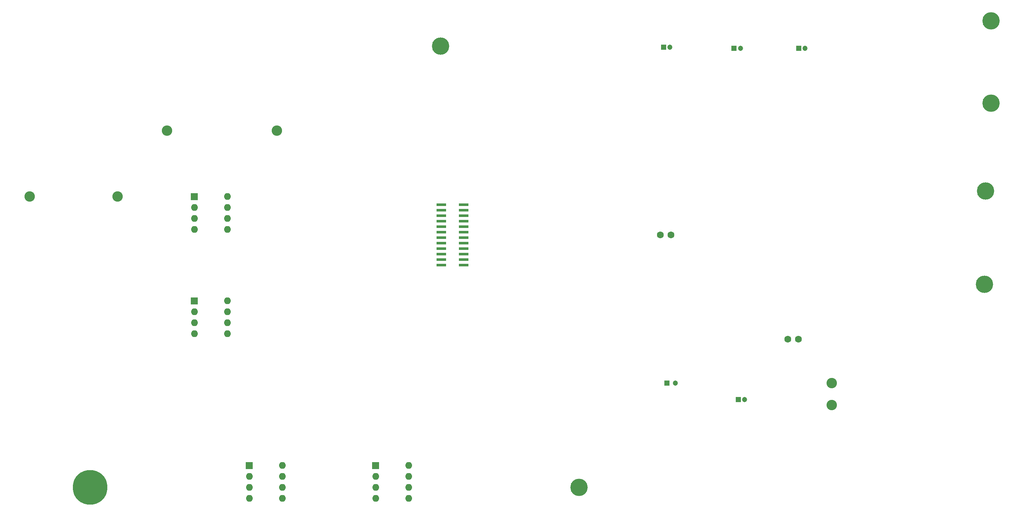
<source format=gts>
%TF.GenerationSoftware,KiCad,Pcbnew,(5.1.8)-1*%
%TF.CreationDate,2020-12-17T20:59:30+05:45*%
%TF.ProjectId,pll_soc_testboard,706c6c5f-736f-4635-9f74-657374626f61,rev?*%
%TF.SameCoordinates,Original*%
%TF.FileFunction,Soldermask,Top*%
%TF.FilePolarity,Negative*%
%FSLAX46Y46*%
G04 Gerber Fmt 4.6, Leading zero omitted, Abs format (unit mm)*
G04 Created by KiCad (PCBNEW (5.1.8)-1) date 2020-12-17 20:59:30*
%MOMM*%
%LPD*%
G01*
G04 APERTURE LIST*
%ADD10O,1.604000X1.604000*%
%ADD11C,1.204000*%
%ADD12C,1.604000*%
%ADD13C,8.004000*%
%ADD14C,4.004000*%
%ADD15O,2.404000X2.404000*%
%ADD16C,2.404000*%
G04 APERTURE END LIST*
D10*
%TO.C,U2B1*%
X129794000Y-144272000D03*
X122174000Y-151892000D03*
X129794000Y-146812000D03*
X122174000Y-149352000D03*
X129794000Y-149352000D03*
X122174000Y-146812000D03*
X129794000Y-151892000D03*
G36*
G01*
X121372000Y-145072000D02*
X121372000Y-143472000D01*
G75*
G02*
X121374000Y-143470000I2000J0D01*
G01*
X122974000Y-143470000D01*
G75*
G02*
X122976000Y-143472000I0J-2000D01*
G01*
X122976000Y-145072000D01*
G75*
G02*
X122974000Y-145074000I-2000J0D01*
G01*
X121374000Y-145074000D01*
G75*
G02*
X121372000Y-145072000I0J2000D01*
G01*
G37*
%TD*%
%TO.C,U2*%
G36*
G01*
X92162000Y-145072000D02*
X92162000Y-143472000D01*
G75*
G02*
X92164000Y-143470000I2000J0D01*
G01*
X93764000Y-143470000D01*
G75*
G02*
X93766000Y-143472000I0J-2000D01*
G01*
X93766000Y-145072000D01*
G75*
G02*
X93764000Y-145074000I-2000J0D01*
G01*
X92164000Y-145074000D01*
G75*
G02*
X92162000Y-145072000I0J2000D01*
G01*
G37*
X100584000Y-151892000D03*
X92964000Y-146812000D03*
X100584000Y-149352000D03*
X92964000Y-149352000D03*
X100584000Y-146812000D03*
X92964000Y-151892000D03*
X100584000Y-144272000D03*
%TD*%
%TO.C,C1*%
G36*
G01*
X188120000Y-48098000D02*
X188120000Y-46898000D01*
G75*
G02*
X188122000Y-46896000I2000J0D01*
G01*
X189322000Y-46896000D01*
G75*
G02*
X189324000Y-46898000I0J-2000D01*
G01*
X189324000Y-48098000D01*
G75*
G02*
X189322000Y-48100000I-2000J0D01*
G01*
X188122000Y-48100000D01*
G75*
G02*
X188120000Y-48098000I0J2000D01*
G01*
G37*
D11*
X190222000Y-47498000D03*
%TD*%
%TO.C,C2*%
X221464000Y-47752000D03*
G36*
G01*
X219362000Y-48352000D02*
X219362000Y-47152000D01*
G75*
G02*
X219364000Y-47150000I2000J0D01*
G01*
X220564000Y-47150000D01*
G75*
G02*
X220566000Y-47152000I0J-2000D01*
G01*
X220566000Y-48352000D01*
G75*
G02*
X220564000Y-48354000I-2000J0D01*
G01*
X219364000Y-48354000D01*
G75*
G02*
X219362000Y-48352000I0J2000D01*
G01*
G37*
%TD*%
%TO.C,C3*%
X191484000Y-125222000D03*
G36*
G01*
X188882000Y-125822000D02*
X188882000Y-124622000D01*
G75*
G02*
X188884000Y-124620000I2000J0D01*
G01*
X190084000Y-124620000D01*
G75*
G02*
X190086000Y-124622000I0J-2000D01*
G01*
X190086000Y-125822000D01*
G75*
G02*
X190084000Y-125824000I-2000J0D01*
G01*
X188884000Y-125824000D01*
G75*
G02*
X188882000Y-125822000I0J2000D01*
G01*
G37*
%TD*%
%TO.C,C4*%
G36*
G01*
X204400000Y-48352000D02*
X204400000Y-47152000D01*
G75*
G02*
X204402000Y-47150000I2000J0D01*
G01*
X205602000Y-47150000D01*
G75*
G02*
X205604000Y-47152000I0J-2000D01*
G01*
X205604000Y-48352000D01*
G75*
G02*
X205602000Y-48354000I-2000J0D01*
G01*
X204402000Y-48354000D01*
G75*
G02*
X204400000Y-48352000I0J2000D01*
G01*
G37*
X206502000Y-47752000D03*
%TD*%
D12*
%TO.C,C5*%
X190460000Y-90932000D03*
X187960000Y-90932000D03*
%TD*%
%TO.C,C6*%
X217424000Y-115062000D03*
X219924000Y-115062000D03*
%TD*%
D11*
%TO.C,C7*%
X207494000Y-129032000D03*
G36*
G01*
X205392000Y-129632000D02*
X205392000Y-128432000D01*
G75*
G02*
X205394000Y-128430000I2000J0D01*
G01*
X206594000Y-128430000D01*
G75*
G02*
X206596000Y-128432000I0J-2000D01*
G01*
X206596000Y-129632000D01*
G75*
G02*
X206594000Y-129634000I-2000J0D01*
G01*
X205394000Y-129634000D01*
G75*
G02*
X205392000Y-129632000I0J2000D01*
G01*
G37*
%TD*%
D13*
%TO.C,H1*%
X56134000Y-149352000D03*
%TD*%
D14*
%TO.C,H2*%
X137160000Y-47244000D03*
%TD*%
%TO.C,H3*%
X169164000Y-149352000D03*
%TD*%
%TO.C,H4*%
X264414000Y-41402000D03*
%TD*%
%TO.C,H5*%
X264414000Y-60452000D03*
%TD*%
%TO.C,H6*%
X263144000Y-80772000D03*
%TD*%
%TO.C,H7*%
X262890000Y-102362000D03*
%TD*%
D15*
%TO.C,R1*%
X62484000Y-82042000D03*
D16*
X42164000Y-82042000D03*
%TD*%
D15*
%TO.C,R2*%
X99314000Y-66802000D03*
D16*
X73914000Y-66802000D03*
%TD*%
D15*
%TO.C,R3*%
X227584000Y-125222000D03*
D16*
X227584000Y-130302000D03*
%TD*%
D10*
%TO.C,U1*%
X87884000Y-106172000D03*
X80264000Y-113792000D03*
X87884000Y-108712000D03*
X80264000Y-111252000D03*
X87884000Y-111252000D03*
X80264000Y-108712000D03*
X87884000Y-113792000D03*
G36*
G01*
X79462000Y-106972000D02*
X79462000Y-105372000D01*
G75*
G02*
X79464000Y-105370000I2000J0D01*
G01*
X81064000Y-105370000D01*
G75*
G02*
X81066000Y-105372000I0J-2000D01*
G01*
X81066000Y-106972000D01*
G75*
G02*
X81064000Y-106974000I-2000J0D01*
G01*
X79464000Y-106974000D01*
G75*
G02*
X79462000Y-106972000I0J2000D01*
G01*
G37*
%TD*%
%TO.C,U3*%
G36*
G01*
X136254000Y-97615000D02*
X138454000Y-97615000D01*
G75*
G02*
X138456000Y-97617000I0J-2000D01*
G01*
X138456000Y-98217000D01*
G75*
G02*
X138454000Y-98219000I-2000J0D01*
G01*
X136254000Y-98219000D01*
G75*
G02*
X136252000Y-98217000I0J2000D01*
G01*
X136252000Y-97617000D01*
G75*
G02*
X136254000Y-97615000I2000J0D01*
G01*
G37*
G36*
G01*
X141454000Y-97615000D02*
X143654000Y-97615000D01*
G75*
G02*
X143656000Y-97617000I0J-2000D01*
G01*
X143656000Y-98217000D01*
G75*
G02*
X143654000Y-98219000I-2000J0D01*
G01*
X141454000Y-98219000D01*
G75*
G02*
X141452000Y-98217000I0J2000D01*
G01*
X141452000Y-97617000D01*
G75*
G02*
X141454000Y-97615000I2000J0D01*
G01*
G37*
G36*
G01*
X136254000Y-96345000D02*
X138454000Y-96345000D01*
G75*
G02*
X138456000Y-96347000I0J-2000D01*
G01*
X138456000Y-96947000D01*
G75*
G02*
X138454000Y-96949000I-2000J0D01*
G01*
X136254000Y-96949000D01*
G75*
G02*
X136252000Y-96947000I0J2000D01*
G01*
X136252000Y-96347000D01*
G75*
G02*
X136254000Y-96345000I2000J0D01*
G01*
G37*
G36*
G01*
X141454000Y-96345000D02*
X143654000Y-96345000D01*
G75*
G02*
X143656000Y-96347000I0J-2000D01*
G01*
X143656000Y-96947000D01*
G75*
G02*
X143654000Y-96949000I-2000J0D01*
G01*
X141454000Y-96949000D01*
G75*
G02*
X141452000Y-96947000I0J2000D01*
G01*
X141452000Y-96347000D01*
G75*
G02*
X141454000Y-96345000I2000J0D01*
G01*
G37*
G36*
G01*
X136254000Y-95075000D02*
X138454000Y-95075000D01*
G75*
G02*
X138456000Y-95077000I0J-2000D01*
G01*
X138456000Y-95677000D01*
G75*
G02*
X138454000Y-95679000I-2000J0D01*
G01*
X136254000Y-95679000D01*
G75*
G02*
X136252000Y-95677000I0J2000D01*
G01*
X136252000Y-95077000D01*
G75*
G02*
X136254000Y-95075000I2000J0D01*
G01*
G37*
G36*
G01*
X141454000Y-95075000D02*
X143654000Y-95075000D01*
G75*
G02*
X143656000Y-95077000I0J-2000D01*
G01*
X143656000Y-95677000D01*
G75*
G02*
X143654000Y-95679000I-2000J0D01*
G01*
X141454000Y-95679000D01*
G75*
G02*
X141452000Y-95677000I0J2000D01*
G01*
X141452000Y-95077000D01*
G75*
G02*
X141454000Y-95075000I2000J0D01*
G01*
G37*
G36*
G01*
X136254000Y-93805000D02*
X138454000Y-93805000D01*
G75*
G02*
X138456000Y-93807000I0J-2000D01*
G01*
X138456000Y-94407000D01*
G75*
G02*
X138454000Y-94409000I-2000J0D01*
G01*
X136254000Y-94409000D01*
G75*
G02*
X136252000Y-94407000I0J2000D01*
G01*
X136252000Y-93807000D01*
G75*
G02*
X136254000Y-93805000I2000J0D01*
G01*
G37*
G36*
G01*
X141454000Y-93805000D02*
X143654000Y-93805000D01*
G75*
G02*
X143656000Y-93807000I0J-2000D01*
G01*
X143656000Y-94407000D01*
G75*
G02*
X143654000Y-94409000I-2000J0D01*
G01*
X141454000Y-94409000D01*
G75*
G02*
X141452000Y-94407000I0J2000D01*
G01*
X141452000Y-93807000D01*
G75*
G02*
X141454000Y-93805000I2000J0D01*
G01*
G37*
G36*
G01*
X136254000Y-92535000D02*
X138454000Y-92535000D01*
G75*
G02*
X138456000Y-92537000I0J-2000D01*
G01*
X138456000Y-93137000D01*
G75*
G02*
X138454000Y-93139000I-2000J0D01*
G01*
X136254000Y-93139000D01*
G75*
G02*
X136252000Y-93137000I0J2000D01*
G01*
X136252000Y-92537000D01*
G75*
G02*
X136254000Y-92535000I2000J0D01*
G01*
G37*
G36*
G01*
X141454000Y-92535000D02*
X143654000Y-92535000D01*
G75*
G02*
X143656000Y-92537000I0J-2000D01*
G01*
X143656000Y-93137000D01*
G75*
G02*
X143654000Y-93139000I-2000J0D01*
G01*
X141454000Y-93139000D01*
G75*
G02*
X141452000Y-93137000I0J2000D01*
G01*
X141452000Y-92537000D01*
G75*
G02*
X141454000Y-92535000I2000J0D01*
G01*
G37*
G36*
G01*
X136254000Y-91265000D02*
X138454000Y-91265000D01*
G75*
G02*
X138456000Y-91267000I0J-2000D01*
G01*
X138456000Y-91867000D01*
G75*
G02*
X138454000Y-91869000I-2000J0D01*
G01*
X136254000Y-91869000D01*
G75*
G02*
X136252000Y-91867000I0J2000D01*
G01*
X136252000Y-91267000D01*
G75*
G02*
X136254000Y-91265000I2000J0D01*
G01*
G37*
G36*
G01*
X141454000Y-91265000D02*
X143654000Y-91265000D01*
G75*
G02*
X143656000Y-91267000I0J-2000D01*
G01*
X143656000Y-91867000D01*
G75*
G02*
X143654000Y-91869000I-2000J0D01*
G01*
X141454000Y-91869000D01*
G75*
G02*
X141452000Y-91867000I0J2000D01*
G01*
X141452000Y-91267000D01*
G75*
G02*
X141454000Y-91265000I2000J0D01*
G01*
G37*
G36*
G01*
X136254000Y-89995000D02*
X138454000Y-89995000D01*
G75*
G02*
X138456000Y-89997000I0J-2000D01*
G01*
X138456000Y-90597000D01*
G75*
G02*
X138454000Y-90599000I-2000J0D01*
G01*
X136254000Y-90599000D01*
G75*
G02*
X136252000Y-90597000I0J2000D01*
G01*
X136252000Y-89997000D01*
G75*
G02*
X136254000Y-89995000I2000J0D01*
G01*
G37*
G36*
G01*
X141454000Y-89995000D02*
X143654000Y-89995000D01*
G75*
G02*
X143656000Y-89997000I0J-2000D01*
G01*
X143656000Y-90597000D01*
G75*
G02*
X143654000Y-90599000I-2000J0D01*
G01*
X141454000Y-90599000D01*
G75*
G02*
X141452000Y-90597000I0J2000D01*
G01*
X141452000Y-89997000D01*
G75*
G02*
X141454000Y-89995000I2000J0D01*
G01*
G37*
G36*
G01*
X136254000Y-88725000D02*
X138454000Y-88725000D01*
G75*
G02*
X138456000Y-88727000I0J-2000D01*
G01*
X138456000Y-89327000D01*
G75*
G02*
X138454000Y-89329000I-2000J0D01*
G01*
X136254000Y-89329000D01*
G75*
G02*
X136252000Y-89327000I0J2000D01*
G01*
X136252000Y-88727000D01*
G75*
G02*
X136254000Y-88725000I2000J0D01*
G01*
G37*
G36*
G01*
X141454000Y-88725000D02*
X143654000Y-88725000D01*
G75*
G02*
X143656000Y-88727000I0J-2000D01*
G01*
X143656000Y-89327000D01*
G75*
G02*
X143654000Y-89329000I-2000J0D01*
G01*
X141454000Y-89329000D01*
G75*
G02*
X141452000Y-89327000I0J2000D01*
G01*
X141452000Y-88727000D01*
G75*
G02*
X141454000Y-88725000I2000J0D01*
G01*
G37*
G36*
G01*
X136254000Y-87455000D02*
X138454000Y-87455000D01*
G75*
G02*
X138456000Y-87457000I0J-2000D01*
G01*
X138456000Y-88057000D01*
G75*
G02*
X138454000Y-88059000I-2000J0D01*
G01*
X136254000Y-88059000D01*
G75*
G02*
X136252000Y-88057000I0J2000D01*
G01*
X136252000Y-87457000D01*
G75*
G02*
X136254000Y-87455000I2000J0D01*
G01*
G37*
G36*
G01*
X141454000Y-87455000D02*
X143654000Y-87455000D01*
G75*
G02*
X143656000Y-87457000I0J-2000D01*
G01*
X143656000Y-88057000D01*
G75*
G02*
X143654000Y-88059000I-2000J0D01*
G01*
X141454000Y-88059000D01*
G75*
G02*
X141452000Y-88057000I0J2000D01*
G01*
X141452000Y-87457000D01*
G75*
G02*
X141454000Y-87455000I2000J0D01*
G01*
G37*
G36*
G01*
X136254000Y-86185000D02*
X138454000Y-86185000D01*
G75*
G02*
X138456000Y-86187000I0J-2000D01*
G01*
X138456000Y-86787000D01*
G75*
G02*
X138454000Y-86789000I-2000J0D01*
G01*
X136254000Y-86789000D01*
G75*
G02*
X136252000Y-86787000I0J2000D01*
G01*
X136252000Y-86187000D01*
G75*
G02*
X136254000Y-86185000I2000J0D01*
G01*
G37*
G36*
G01*
X141454000Y-86185000D02*
X143654000Y-86185000D01*
G75*
G02*
X143656000Y-86187000I0J-2000D01*
G01*
X143656000Y-86787000D01*
G75*
G02*
X143654000Y-86789000I-2000J0D01*
G01*
X141454000Y-86789000D01*
G75*
G02*
X141452000Y-86787000I0J2000D01*
G01*
X141452000Y-86187000D01*
G75*
G02*
X141454000Y-86185000I2000J0D01*
G01*
G37*
G36*
G01*
X136254000Y-84915000D02*
X138454000Y-84915000D01*
G75*
G02*
X138456000Y-84917000I0J-2000D01*
G01*
X138456000Y-85517000D01*
G75*
G02*
X138454000Y-85519000I-2000J0D01*
G01*
X136254000Y-85519000D01*
G75*
G02*
X136252000Y-85517000I0J2000D01*
G01*
X136252000Y-84917000D01*
G75*
G02*
X136254000Y-84915000I2000J0D01*
G01*
G37*
G36*
G01*
X141454000Y-84915000D02*
X143654000Y-84915000D01*
G75*
G02*
X143656000Y-84917000I0J-2000D01*
G01*
X143656000Y-85517000D01*
G75*
G02*
X143654000Y-85519000I-2000J0D01*
G01*
X141454000Y-85519000D01*
G75*
G02*
X141452000Y-85517000I0J2000D01*
G01*
X141452000Y-84917000D01*
G75*
G02*
X141454000Y-84915000I2000J0D01*
G01*
G37*
G36*
G01*
X136254000Y-83645000D02*
X138454000Y-83645000D01*
G75*
G02*
X138456000Y-83647000I0J-2000D01*
G01*
X138456000Y-84247000D01*
G75*
G02*
X138454000Y-84249000I-2000J0D01*
G01*
X136254000Y-84249000D01*
G75*
G02*
X136252000Y-84247000I0J2000D01*
G01*
X136252000Y-83647000D01*
G75*
G02*
X136254000Y-83645000I2000J0D01*
G01*
G37*
G36*
G01*
X141454000Y-83645000D02*
X143654000Y-83645000D01*
G75*
G02*
X143656000Y-83647000I0J-2000D01*
G01*
X143656000Y-84247000D01*
G75*
G02*
X143654000Y-84249000I-2000J0D01*
G01*
X141454000Y-84249000D01*
G75*
G02*
X141452000Y-84247000I0J2000D01*
G01*
X141452000Y-83647000D01*
G75*
G02*
X141454000Y-83645000I2000J0D01*
G01*
G37*
%TD*%
%TO.C,U1B1*%
G36*
G01*
X79462000Y-82842000D02*
X79462000Y-81242000D01*
G75*
G02*
X79464000Y-81240000I2000J0D01*
G01*
X81064000Y-81240000D01*
G75*
G02*
X81066000Y-81242000I0J-2000D01*
G01*
X81066000Y-82842000D01*
G75*
G02*
X81064000Y-82844000I-2000J0D01*
G01*
X79464000Y-82844000D01*
G75*
G02*
X79462000Y-82842000I0J2000D01*
G01*
G37*
X87884000Y-89662000D03*
X80264000Y-84582000D03*
X87884000Y-87122000D03*
X80264000Y-87122000D03*
X87884000Y-84582000D03*
X80264000Y-89662000D03*
X87884000Y-82042000D03*
%TD*%
M02*

</source>
